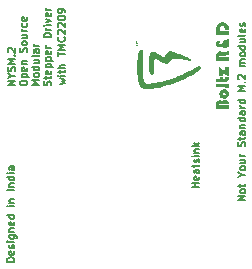
<source format=gbr>
%TF.GenerationSoftware,KiCad,Pcbnew,8.0.4*%
%TF.CreationDate,2024-09-25T00:08:57+05:30*%
%TF.ProjectId,NYSM.2_TMC2209_Stepper_driver,4e59534d-2e32-45f5-944d-43323230395f,rev?*%
%TF.SameCoordinates,Original*%
%TF.FileFunction,Legend,Top*%
%TF.FilePolarity,Positive*%
%FSLAX46Y46*%
G04 Gerber Fmt 4.6, Leading zero omitted, Abs format (unit mm)*
G04 Created by KiCad (PCBNEW 8.0.4) date 2024-09-25 00:08:57*
%MOMM*%
%LPD*%
G01*
G04 APERTURE LIST*
%ADD10C,0.153000*%
%ADD11C,0.000000*%
G04 APERTURE END LIST*
D10*
X135306344Y-125698543D02*
X134676344Y-125698543D01*
X134676344Y-125698543D02*
X134676344Y-125548543D01*
X134676344Y-125548543D02*
X134706344Y-125458543D01*
X134706344Y-125458543D02*
X134766344Y-125398543D01*
X134766344Y-125398543D02*
X134826344Y-125368543D01*
X134826344Y-125368543D02*
X134946344Y-125338543D01*
X134946344Y-125338543D02*
X135036344Y-125338543D01*
X135036344Y-125338543D02*
X135156344Y-125368543D01*
X135156344Y-125368543D02*
X135216344Y-125398543D01*
X135216344Y-125398543D02*
X135276344Y-125458543D01*
X135276344Y-125458543D02*
X135306344Y-125548543D01*
X135306344Y-125548543D02*
X135306344Y-125698543D01*
X135276344Y-124828543D02*
X135306344Y-124888543D01*
X135306344Y-124888543D02*
X135306344Y-125008543D01*
X135306344Y-125008543D02*
X135276344Y-125068543D01*
X135276344Y-125068543D02*
X135216344Y-125098543D01*
X135216344Y-125098543D02*
X134976344Y-125098543D01*
X134976344Y-125098543D02*
X134916344Y-125068543D01*
X134916344Y-125068543D02*
X134886344Y-125008543D01*
X134886344Y-125008543D02*
X134886344Y-124888543D01*
X134886344Y-124888543D02*
X134916344Y-124828543D01*
X134916344Y-124828543D02*
X134976344Y-124798543D01*
X134976344Y-124798543D02*
X135036344Y-124798543D01*
X135036344Y-124798543D02*
X135096344Y-125098543D01*
X135276344Y-124558543D02*
X135306344Y-124498543D01*
X135306344Y-124498543D02*
X135306344Y-124378543D01*
X135306344Y-124378543D02*
X135276344Y-124318543D01*
X135276344Y-124318543D02*
X135216344Y-124288543D01*
X135216344Y-124288543D02*
X135186344Y-124288543D01*
X135186344Y-124288543D02*
X135126344Y-124318543D01*
X135126344Y-124318543D02*
X135096344Y-124378543D01*
X135096344Y-124378543D02*
X135096344Y-124468543D01*
X135096344Y-124468543D02*
X135066344Y-124528543D01*
X135066344Y-124528543D02*
X135006344Y-124558543D01*
X135006344Y-124558543D02*
X134976344Y-124558543D01*
X134976344Y-124558543D02*
X134916344Y-124528543D01*
X134916344Y-124528543D02*
X134886344Y-124468543D01*
X134886344Y-124468543D02*
X134886344Y-124378543D01*
X134886344Y-124378543D02*
X134916344Y-124318543D01*
X135306344Y-124018543D02*
X134886344Y-124018543D01*
X134676344Y-124018543D02*
X134706344Y-124048543D01*
X134706344Y-124048543D02*
X134736344Y-124018543D01*
X134736344Y-124018543D02*
X134706344Y-123988543D01*
X134706344Y-123988543D02*
X134676344Y-124018543D01*
X134676344Y-124018543D02*
X134736344Y-124018543D01*
X134886344Y-123448543D02*
X135396344Y-123448543D01*
X135396344Y-123448543D02*
X135456344Y-123478543D01*
X135456344Y-123478543D02*
X135486344Y-123508543D01*
X135486344Y-123508543D02*
X135516344Y-123568543D01*
X135516344Y-123568543D02*
X135516344Y-123658543D01*
X135516344Y-123658543D02*
X135486344Y-123718543D01*
X135276344Y-123448543D02*
X135306344Y-123508543D01*
X135306344Y-123508543D02*
X135306344Y-123628543D01*
X135306344Y-123628543D02*
X135276344Y-123688543D01*
X135276344Y-123688543D02*
X135246344Y-123718543D01*
X135246344Y-123718543D02*
X135186344Y-123748543D01*
X135186344Y-123748543D02*
X135006344Y-123748543D01*
X135006344Y-123748543D02*
X134946344Y-123718543D01*
X134946344Y-123718543D02*
X134916344Y-123688543D01*
X134916344Y-123688543D02*
X134886344Y-123628543D01*
X134886344Y-123628543D02*
X134886344Y-123508543D01*
X134886344Y-123508543D02*
X134916344Y-123448543D01*
X134886344Y-123148543D02*
X135306344Y-123148543D01*
X134946344Y-123148543D02*
X134916344Y-123118543D01*
X134916344Y-123118543D02*
X134886344Y-123058543D01*
X134886344Y-123058543D02*
X134886344Y-122968543D01*
X134886344Y-122968543D02*
X134916344Y-122908543D01*
X134916344Y-122908543D02*
X134976344Y-122878543D01*
X134976344Y-122878543D02*
X135306344Y-122878543D01*
X135276344Y-122338543D02*
X135306344Y-122398543D01*
X135306344Y-122398543D02*
X135306344Y-122518543D01*
X135306344Y-122518543D02*
X135276344Y-122578543D01*
X135276344Y-122578543D02*
X135216344Y-122608543D01*
X135216344Y-122608543D02*
X134976344Y-122608543D01*
X134976344Y-122608543D02*
X134916344Y-122578543D01*
X134916344Y-122578543D02*
X134886344Y-122518543D01*
X134886344Y-122518543D02*
X134886344Y-122398543D01*
X134886344Y-122398543D02*
X134916344Y-122338543D01*
X134916344Y-122338543D02*
X134976344Y-122308543D01*
X134976344Y-122308543D02*
X135036344Y-122308543D01*
X135036344Y-122308543D02*
X135096344Y-122608543D01*
X135306344Y-121768543D02*
X134676344Y-121768543D01*
X135276344Y-121768543D02*
X135306344Y-121828543D01*
X135306344Y-121828543D02*
X135306344Y-121948543D01*
X135306344Y-121948543D02*
X135276344Y-122008543D01*
X135276344Y-122008543D02*
X135246344Y-122038543D01*
X135246344Y-122038543D02*
X135186344Y-122068543D01*
X135186344Y-122068543D02*
X135006344Y-122068543D01*
X135006344Y-122068543D02*
X134946344Y-122038543D01*
X134946344Y-122038543D02*
X134916344Y-122008543D01*
X134916344Y-122008543D02*
X134886344Y-121948543D01*
X134886344Y-121948543D02*
X134886344Y-121828543D01*
X134886344Y-121828543D02*
X134916344Y-121768543D01*
X135306344Y-120988543D02*
X134886344Y-120988543D01*
X134676344Y-120988543D02*
X134706344Y-121018543D01*
X134706344Y-121018543D02*
X134736344Y-120988543D01*
X134736344Y-120988543D02*
X134706344Y-120958543D01*
X134706344Y-120958543D02*
X134676344Y-120988543D01*
X134676344Y-120988543D02*
X134736344Y-120988543D01*
X134886344Y-120688543D02*
X135306344Y-120688543D01*
X134946344Y-120688543D02*
X134916344Y-120658543D01*
X134916344Y-120658543D02*
X134886344Y-120598543D01*
X134886344Y-120598543D02*
X134886344Y-120508543D01*
X134886344Y-120508543D02*
X134916344Y-120448543D01*
X134916344Y-120448543D02*
X134976344Y-120418543D01*
X134976344Y-120418543D02*
X135306344Y-120418543D01*
X135306344Y-119638543D02*
X134676344Y-119638543D01*
X134886344Y-119338543D02*
X135306344Y-119338543D01*
X134946344Y-119338543D02*
X134916344Y-119308543D01*
X134916344Y-119308543D02*
X134886344Y-119248543D01*
X134886344Y-119248543D02*
X134886344Y-119158543D01*
X134886344Y-119158543D02*
X134916344Y-119098543D01*
X134916344Y-119098543D02*
X134976344Y-119068543D01*
X134976344Y-119068543D02*
X135306344Y-119068543D01*
X135306344Y-118498543D02*
X134676344Y-118498543D01*
X135276344Y-118498543D02*
X135306344Y-118558543D01*
X135306344Y-118558543D02*
X135306344Y-118678543D01*
X135306344Y-118678543D02*
X135276344Y-118738543D01*
X135276344Y-118738543D02*
X135246344Y-118768543D01*
X135246344Y-118768543D02*
X135186344Y-118798543D01*
X135186344Y-118798543D02*
X135006344Y-118798543D01*
X135006344Y-118798543D02*
X134946344Y-118768543D01*
X134946344Y-118768543D02*
X134916344Y-118738543D01*
X134916344Y-118738543D02*
X134886344Y-118678543D01*
X134886344Y-118678543D02*
X134886344Y-118558543D01*
X134886344Y-118558543D02*
X134916344Y-118498543D01*
X135306344Y-118198543D02*
X134886344Y-118198543D01*
X134676344Y-118198543D02*
X134706344Y-118228543D01*
X134706344Y-118228543D02*
X134736344Y-118198543D01*
X134736344Y-118198543D02*
X134706344Y-118168543D01*
X134706344Y-118168543D02*
X134676344Y-118198543D01*
X134676344Y-118198543D02*
X134736344Y-118198543D01*
X135306344Y-117628543D02*
X134976344Y-117628543D01*
X134976344Y-117628543D02*
X134916344Y-117658543D01*
X134916344Y-117658543D02*
X134886344Y-117718543D01*
X134886344Y-117718543D02*
X134886344Y-117838543D01*
X134886344Y-117838543D02*
X134916344Y-117898543D01*
X135276344Y-117628543D02*
X135306344Y-117688543D01*
X135306344Y-117688543D02*
X135306344Y-117838543D01*
X135306344Y-117838543D02*
X135276344Y-117898543D01*
X135276344Y-117898543D02*
X135216344Y-117928543D01*
X135216344Y-117928543D02*
X135156344Y-117928543D01*
X135156344Y-117928543D02*
X135096344Y-117898543D01*
X135096344Y-117898543D02*
X135066344Y-117838543D01*
X135066344Y-117838543D02*
X135066344Y-117688543D01*
X135066344Y-117688543D02*
X135036344Y-117628543D01*
X154856344Y-120514200D02*
X154226344Y-120514200D01*
X154226344Y-120514200D02*
X154856344Y-120154200D01*
X154856344Y-120154200D02*
X154226344Y-120154200D01*
X154856344Y-119764200D02*
X154826344Y-119824200D01*
X154826344Y-119824200D02*
X154796344Y-119854200D01*
X154796344Y-119854200D02*
X154736344Y-119884200D01*
X154736344Y-119884200D02*
X154556344Y-119884200D01*
X154556344Y-119884200D02*
X154496344Y-119854200D01*
X154496344Y-119854200D02*
X154466344Y-119824200D01*
X154466344Y-119824200D02*
X154436344Y-119764200D01*
X154436344Y-119764200D02*
X154436344Y-119674200D01*
X154436344Y-119674200D02*
X154466344Y-119614200D01*
X154466344Y-119614200D02*
X154496344Y-119584200D01*
X154496344Y-119584200D02*
X154556344Y-119554200D01*
X154556344Y-119554200D02*
X154736344Y-119554200D01*
X154736344Y-119554200D02*
X154796344Y-119584200D01*
X154796344Y-119584200D02*
X154826344Y-119614200D01*
X154826344Y-119614200D02*
X154856344Y-119674200D01*
X154856344Y-119674200D02*
X154856344Y-119764200D01*
X154436344Y-119374200D02*
X154436344Y-119134200D01*
X154226344Y-119284200D02*
X154766344Y-119284200D01*
X154766344Y-119284200D02*
X154826344Y-119254200D01*
X154826344Y-119254200D02*
X154856344Y-119194200D01*
X154856344Y-119194200D02*
X154856344Y-119134200D01*
X154556344Y-118324200D02*
X154856344Y-118324200D01*
X154226344Y-118534200D02*
X154556344Y-118324200D01*
X154556344Y-118324200D02*
X154226344Y-118114200D01*
X154856344Y-117814200D02*
X154826344Y-117874200D01*
X154826344Y-117874200D02*
X154796344Y-117904200D01*
X154796344Y-117904200D02*
X154736344Y-117934200D01*
X154736344Y-117934200D02*
X154556344Y-117934200D01*
X154556344Y-117934200D02*
X154496344Y-117904200D01*
X154496344Y-117904200D02*
X154466344Y-117874200D01*
X154466344Y-117874200D02*
X154436344Y-117814200D01*
X154436344Y-117814200D02*
X154436344Y-117724200D01*
X154436344Y-117724200D02*
X154466344Y-117664200D01*
X154466344Y-117664200D02*
X154496344Y-117634200D01*
X154496344Y-117634200D02*
X154556344Y-117604200D01*
X154556344Y-117604200D02*
X154736344Y-117604200D01*
X154736344Y-117604200D02*
X154796344Y-117634200D01*
X154796344Y-117634200D02*
X154826344Y-117664200D01*
X154826344Y-117664200D02*
X154856344Y-117724200D01*
X154856344Y-117724200D02*
X154856344Y-117814200D01*
X154436344Y-117064200D02*
X154856344Y-117064200D01*
X154436344Y-117334200D02*
X154766344Y-117334200D01*
X154766344Y-117334200D02*
X154826344Y-117304200D01*
X154826344Y-117304200D02*
X154856344Y-117244200D01*
X154856344Y-117244200D02*
X154856344Y-117154200D01*
X154856344Y-117154200D02*
X154826344Y-117094200D01*
X154826344Y-117094200D02*
X154796344Y-117064200D01*
X154856344Y-116764200D02*
X154436344Y-116764200D01*
X154556344Y-116764200D02*
X154496344Y-116734200D01*
X154496344Y-116734200D02*
X154466344Y-116704200D01*
X154466344Y-116704200D02*
X154436344Y-116644200D01*
X154436344Y-116644200D02*
X154436344Y-116584200D01*
X154826344Y-115924200D02*
X154856344Y-115834200D01*
X154856344Y-115834200D02*
X154856344Y-115684200D01*
X154856344Y-115684200D02*
X154826344Y-115624200D01*
X154826344Y-115624200D02*
X154796344Y-115594200D01*
X154796344Y-115594200D02*
X154736344Y-115564200D01*
X154736344Y-115564200D02*
X154676344Y-115564200D01*
X154676344Y-115564200D02*
X154616344Y-115594200D01*
X154616344Y-115594200D02*
X154586344Y-115624200D01*
X154586344Y-115624200D02*
X154556344Y-115684200D01*
X154556344Y-115684200D02*
X154526344Y-115804200D01*
X154526344Y-115804200D02*
X154496344Y-115864200D01*
X154496344Y-115864200D02*
X154466344Y-115894200D01*
X154466344Y-115894200D02*
X154406344Y-115924200D01*
X154406344Y-115924200D02*
X154346344Y-115924200D01*
X154346344Y-115924200D02*
X154286344Y-115894200D01*
X154286344Y-115894200D02*
X154256344Y-115864200D01*
X154256344Y-115864200D02*
X154226344Y-115804200D01*
X154226344Y-115804200D02*
X154226344Y-115654200D01*
X154226344Y-115654200D02*
X154256344Y-115564200D01*
X154436344Y-115384200D02*
X154436344Y-115144200D01*
X154226344Y-115294200D02*
X154766344Y-115294200D01*
X154766344Y-115294200D02*
X154826344Y-115264200D01*
X154826344Y-115264200D02*
X154856344Y-115204200D01*
X154856344Y-115204200D02*
X154856344Y-115144200D01*
X154856344Y-114664200D02*
X154526344Y-114664200D01*
X154526344Y-114664200D02*
X154466344Y-114694200D01*
X154466344Y-114694200D02*
X154436344Y-114754200D01*
X154436344Y-114754200D02*
X154436344Y-114874200D01*
X154436344Y-114874200D02*
X154466344Y-114934200D01*
X154826344Y-114664200D02*
X154856344Y-114724200D01*
X154856344Y-114724200D02*
X154856344Y-114874200D01*
X154856344Y-114874200D02*
X154826344Y-114934200D01*
X154826344Y-114934200D02*
X154766344Y-114964200D01*
X154766344Y-114964200D02*
X154706344Y-114964200D01*
X154706344Y-114964200D02*
X154646344Y-114934200D01*
X154646344Y-114934200D02*
X154616344Y-114874200D01*
X154616344Y-114874200D02*
X154616344Y-114724200D01*
X154616344Y-114724200D02*
X154586344Y-114664200D01*
X154436344Y-114364200D02*
X154856344Y-114364200D01*
X154496344Y-114364200D02*
X154466344Y-114334200D01*
X154466344Y-114334200D02*
X154436344Y-114274200D01*
X154436344Y-114274200D02*
X154436344Y-114184200D01*
X154436344Y-114184200D02*
X154466344Y-114124200D01*
X154466344Y-114124200D02*
X154526344Y-114094200D01*
X154526344Y-114094200D02*
X154856344Y-114094200D01*
X154856344Y-113524200D02*
X154226344Y-113524200D01*
X154826344Y-113524200D02*
X154856344Y-113584200D01*
X154856344Y-113584200D02*
X154856344Y-113704200D01*
X154856344Y-113704200D02*
X154826344Y-113764200D01*
X154826344Y-113764200D02*
X154796344Y-113794200D01*
X154796344Y-113794200D02*
X154736344Y-113824200D01*
X154736344Y-113824200D02*
X154556344Y-113824200D01*
X154556344Y-113824200D02*
X154496344Y-113794200D01*
X154496344Y-113794200D02*
X154466344Y-113764200D01*
X154466344Y-113764200D02*
X154436344Y-113704200D01*
X154436344Y-113704200D02*
X154436344Y-113584200D01*
X154436344Y-113584200D02*
X154466344Y-113524200D01*
X154856344Y-112954200D02*
X154526344Y-112954200D01*
X154526344Y-112954200D02*
X154466344Y-112984200D01*
X154466344Y-112984200D02*
X154436344Y-113044200D01*
X154436344Y-113044200D02*
X154436344Y-113164200D01*
X154436344Y-113164200D02*
X154466344Y-113224200D01*
X154826344Y-112954200D02*
X154856344Y-113014200D01*
X154856344Y-113014200D02*
X154856344Y-113164200D01*
X154856344Y-113164200D02*
X154826344Y-113224200D01*
X154826344Y-113224200D02*
X154766344Y-113254200D01*
X154766344Y-113254200D02*
X154706344Y-113254200D01*
X154706344Y-113254200D02*
X154646344Y-113224200D01*
X154646344Y-113224200D02*
X154616344Y-113164200D01*
X154616344Y-113164200D02*
X154616344Y-113014200D01*
X154616344Y-113014200D02*
X154586344Y-112954200D01*
X154856344Y-112654200D02*
X154436344Y-112654200D01*
X154556344Y-112654200D02*
X154496344Y-112624200D01*
X154496344Y-112624200D02*
X154466344Y-112594200D01*
X154466344Y-112594200D02*
X154436344Y-112534200D01*
X154436344Y-112534200D02*
X154436344Y-112474200D01*
X154856344Y-111994200D02*
X154226344Y-111994200D01*
X154826344Y-111994200D02*
X154856344Y-112054200D01*
X154856344Y-112054200D02*
X154856344Y-112174200D01*
X154856344Y-112174200D02*
X154826344Y-112234200D01*
X154826344Y-112234200D02*
X154796344Y-112264200D01*
X154796344Y-112264200D02*
X154736344Y-112294200D01*
X154736344Y-112294200D02*
X154556344Y-112294200D01*
X154556344Y-112294200D02*
X154496344Y-112264200D01*
X154496344Y-112264200D02*
X154466344Y-112234200D01*
X154466344Y-112234200D02*
X154436344Y-112174200D01*
X154436344Y-112174200D02*
X154436344Y-112054200D01*
X154436344Y-112054200D02*
X154466344Y-111994200D01*
X154856344Y-111214200D02*
X154226344Y-111214200D01*
X154226344Y-111214200D02*
X154676344Y-111004200D01*
X154676344Y-111004200D02*
X154226344Y-110794200D01*
X154226344Y-110794200D02*
X154856344Y-110794200D01*
X154796344Y-110494200D02*
X154826344Y-110464200D01*
X154826344Y-110464200D02*
X154856344Y-110494200D01*
X154856344Y-110494200D02*
X154826344Y-110524200D01*
X154826344Y-110524200D02*
X154796344Y-110494200D01*
X154796344Y-110494200D02*
X154856344Y-110494200D01*
X154286344Y-110224200D02*
X154256344Y-110194200D01*
X154256344Y-110194200D02*
X154226344Y-110134200D01*
X154226344Y-110134200D02*
X154226344Y-109984200D01*
X154226344Y-109984200D02*
X154256344Y-109924200D01*
X154256344Y-109924200D02*
X154286344Y-109894200D01*
X154286344Y-109894200D02*
X154346344Y-109864200D01*
X154346344Y-109864200D02*
X154406344Y-109864200D01*
X154406344Y-109864200D02*
X154496344Y-109894200D01*
X154496344Y-109894200D02*
X154856344Y-110254200D01*
X154856344Y-110254200D02*
X154856344Y-109864200D01*
X154856344Y-109114200D02*
X154436344Y-109114200D01*
X154496344Y-109114200D02*
X154466344Y-109084200D01*
X154466344Y-109084200D02*
X154436344Y-109024200D01*
X154436344Y-109024200D02*
X154436344Y-108934200D01*
X154436344Y-108934200D02*
X154466344Y-108874200D01*
X154466344Y-108874200D02*
X154526344Y-108844200D01*
X154526344Y-108844200D02*
X154856344Y-108844200D01*
X154526344Y-108844200D02*
X154466344Y-108814200D01*
X154466344Y-108814200D02*
X154436344Y-108754200D01*
X154436344Y-108754200D02*
X154436344Y-108664200D01*
X154436344Y-108664200D02*
X154466344Y-108604200D01*
X154466344Y-108604200D02*
X154526344Y-108574200D01*
X154526344Y-108574200D02*
X154856344Y-108574200D01*
X154856344Y-108184200D02*
X154826344Y-108244200D01*
X154826344Y-108244200D02*
X154796344Y-108274200D01*
X154796344Y-108274200D02*
X154736344Y-108304200D01*
X154736344Y-108304200D02*
X154556344Y-108304200D01*
X154556344Y-108304200D02*
X154496344Y-108274200D01*
X154496344Y-108274200D02*
X154466344Y-108244200D01*
X154466344Y-108244200D02*
X154436344Y-108184200D01*
X154436344Y-108184200D02*
X154436344Y-108094200D01*
X154436344Y-108094200D02*
X154466344Y-108034200D01*
X154466344Y-108034200D02*
X154496344Y-108004200D01*
X154496344Y-108004200D02*
X154556344Y-107974200D01*
X154556344Y-107974200D02*
X154736344Y-107974200D01*
X154736344Y-107974200D02*
X154796344Y-108004200D01*
X154796344Y-108004200D02*
X154826344Y-108034200D01*
X154826344Y-108034200D02*
X154856344Y-108094200D01*
X154856344Y-108094200D02*
X154856344Y-108184200D01*
X154856344Y-107434200D02*
X154226344Y-107434200D01*
X154826344Y-107434200D02*
X154856344Y-107494200D01*
X154856344Y-107494200D02*
X154856344Y-107614200D01*
X154856344Y-107614200D02*
X154826344Y-107674200D01*
X154826344Y-107674200D02*
X154796344Y-107704200D01*
X154796344Y-107704200D02*
X154736344Y-107734200D01*
X154736344Y-107734200D02*
X154556344Y-107734200D01*
X154556344Y-107734200D02*
X154496344Y-107704200D01*
X154496344Y-107704200D02*
X154466344Y-107674200D01*
X154466344Y-107674200D02*
X154436344Y-107614200D01*
X154436344Y-107614200D02*
X154436344Y-107494200D01*
X154436344Y-107494200D02*
X154466344Y-107434200D01*
X154436344Y-106864200D02*
X154856344Y-106864200D01*
X154436344Y-107134200D02*
X154766344Y-107134200D01*
X154766344Y-107134200D02*
X154826344Y-107104200D01*
X154826344Y-107104200D02*
X154856344Y-107044200D01*
X154856344Y-107044200D02*
X154856344Y-106954200D01*
X154856344Y-106954200D02*
X154826344Y-106894200D01*
X154826344Y-106894200D02*
X154796344Y-106864200D01*
X154856344Y-106474200D02*
X154826344Y-106534200D01*
X154826344Y-106534200D02*
X154766344Y-106564200D01*
X154766344Y-106564200D02*
X154226344Y-106564200D01*
X154826344Y-105994200D02*
X154856344Y-106054200D01*
X154856344Y-106054200D02*
X154856344Y-106174200D01*
X154856344Y-106174200D02*
X154826344Y-106234200D01*
X154826344Y-106234200D02*
X154766344Y-106264200D01*
X154766344Y-106264200D02*
X154526344Y-106264200D01*
X154526344Y-106264200D02*
X154466344Y-106234200D01*
X154466344Y-106234200D02*
X154436344Y-106174200D01*
X154436344Y-106174200D02*
X154436344Y-106054200D01*
X154436344Y-106054200D02*
X154466344Y-105994200D01*
X154466344Y-105994200D02*
X154526344Y-105964200D01*
X154526344Y-105964200D02*
X154586344Y-105964200D01*
X154586344Y-105964200D02*
X154646344Y-106264200D01*
X154826344Y-105724200D02*
X154856344Y-105664200D01*
X154856344Y-105664200D02*
X154856344Y-105544200D01*
X154856344Y-105544200D02*
X154826344Y-105484200D01*
X154826344Y-105484200D02*
X154766344Y-105454200D01*
X154766344Y-105454200D02*
X154736344Y-105454200D01*
X154736344Y-105454200D02*
X154676344Y-105484200D01*
X154676344Y-105484200D02*
X154646344Y-105544200D01*
X154646344Y-105544200D02*
X154646344Y-105634200D01*
X154646344Y-105634200D02*
X154616344Y-105694200D01*
X154616344Y-105694200D02*
X154556344Y-105724200D01*
X154556344Y-105724200D02*
X154526344Y-105724200D01*
X154526344Y-105724200D02*
X154466344Y-105694200D01*
X154466344Y-105694200D02*
X154436344Y-105634200D01*
X154436344Y-105634200D02*
X154436344Y-105544200D01*
X154436344Y-105544200D02*
X154466344Y-105484200D01*
X150956344Y-119398543D02*
X150326344Y-119398543D01*
X150626344Y-119398543D02*
X150626344Y-119038543D01*
X150956344Y-119038543D02*
X150326344Y-119038543D01*
X150926344Y-118498543D02*
X150956344Y-118558543D01*
X150956344Y-118558543D02*
X150956344Y-118678543D01*
X150956344Y-118678543D02*
X150926344Y-118738543D01*
X150926344Y-118738543D02*
X150866344Y-118768543D01*
X150866344Y-118768543D02*
X150626344Y-118768543D01*
X150626344Y-118768543D02*
X150566344Y-118738543D01*
X150566344Y-118738543D02*
X150536344Y-118678543D01*
X150536344Y-118678543D02*
X150536344Y-118558543D01*
X150536344Y-118558543D02*
X150566344Y-118498543D01*
X150566344Y-118498543D02*
X150626344Y-118468543D01*
X150626344Y-118468543D02*
X150686344Y-118468543D01*
X150686344Y-118468543D02*
X150746344Y-118768543D01*
X150956344Y-117928543D02*
X150626344Y-117928543D01*
X150626344Y-117928543D02*
X150566344Y-117958543D01*
X150566344Y-117958543D02*
X150536344Y-118018543D01*
X150536344Y-118018543D02*
X150536344Y-118138543D01*
X150536344Y-118138543D02*
X150566344Y-118198543D01*
X150926344Y-117928543D02*
X150956344Y-117988543D01*
X150956344Y-117988543D02*
X150956344Y-118138543D01*
X150956344Y-118138543D02*
X150926344Y-118198543D01*
X150926344Y-118198543D02*
X150866344Y-118228543D01*
X150866344Y-118228543D02*
X150806344Y-118228543D01*
X150806344Y-118228543D02*
X150746344Y-118198543D01*
X150746344Y-118198543D02*
X150716344Y-118138543D01*
X150716344Y-118138543D02*
X150716344Y-117988543D01*
X150716344Y-117988543D02*
X150686344Y-117928543D01*
X150536344Y-117718543D02*
X150536344Y-117478543D01*
X150326344Y-117628543D02*
X150866344Y-117628543D01*
X150866344Y-117628543D02*
X150926344Y-117598543D01*
X150926344Y-117598543D02*
X150956344Y-117538543D01*
X150956344Y-117538543D02*
X150956344Y-117478543D01*
X150926344Y-117298543D02*
X150956344Y-117238543D01*
X150956344Y-117238543D02*
X150956344Y-117118543D01*
X150956344Y-117118543D02*
X150926344Y-117058543D01*
X150926344Y-117058543D02*
X150866344Y-117028543D01*
X150866344Y-117028543D02*
X150836344Y-117028543D01*
X150836344Y-117028543D02*
X150776344Y-117058543D01*
X150776344Y-117058543D02*
X150746344Y-117118543D01*
X150746344Y-117118543D02*
X150746344Y-117208543D01*
X150746344Y-117208543D02*
X150716344Y-117268543D01*
X150716344Y-117268543D02*
X150656344Y-117298543D01*
X150656344Y-117298543D02*
X150626344Y-117298543D01*
X150626344Y-117298543D02*
X150566344Y-117268543D01*
X150566344Y-117268543D02*
X150536344Y-117208543D01*
X150536344Y-117208543D02*
X150536344Y-117118543D01*
X150536344Y-117118543D02*
X150566344Y-117058543D01*
X150956344Y-116758543D02*
X150536344Y-116758543D01*
X150326344Y-116758543D02*
X150356344Y-116788543D01*
X150356344Y-116788543D02*
X150386344Y-116758543D01*
X150386344Y-116758543D02*
X150356344Y-116728543D01*
X150356344Y-116728543D02*
X150326344Y-116758543D01*
X150326344Y-116758543D02*
X150386344Y-116758543D01*
X150536344Y-116458543D02*
X150956344Y-116458543D01*
X150596344Y-116458543D02*
X150566344Y-116428543D01*
X150566344Y-116428543D02*
X150536344Y-116368543D01*
X150536344Y-116368543D02*
X150536344Y-116278543D01*
X150536344Y-116278543D02*
X150566344Y-116218543D01*
X150566344Y-116218543D02*
X150626344Y-116188543D01*
X150626344Y-116188543D02*
X150956344Y-116188543D01*
X150956344Y-115888543D02*
X150326344Y-115888543D01*
X150716344Y-115828543D02*
X150956344Y-115648543D01*
X150536344Y-115648543D02*
X150776344Y-115888543D01*
X139186344Y-110658543D02*
X139606344Y-110538543D01*
X139606344Y-110538543D02*
X139306344Y-110418543D01*
X139306344Y-110418543D02*
X139606344Y-110298543D01*
X139606344Y-110298543D02*
X139186344Y-110178543D01*
X139606344Y-109938543D02*
X139186344Y-109938543D01*
X138976344Y-109938543D02*
X139006344Y-109968543D01*
X139006344Y-109968543D02*
X139036344Y-109938543D01*
X139036344Y-109938543D02*
X139006344Y-109908543D01*
X139006344Y-109908543D02*
X138976344Y-109938543D01*
X138976344Y-109938543D02*
X139036344Y-109938543D01*
X139186344Y-109728543D02*
X139186344Y-109488543D01*
X138976344Y-109638543D02*
X139516344Y-109638543D01*
X139516344Y-109638543D02*
X139576344Y-109608543D01*
X139576344Y-109608543D02*
X139606344Y-109548543D01*
X139606344Y-109548543D02*
X139606344Y-109488543D01*
X139606344Y-109278543D02*
X138976344Y-109278543D01*
X139606344Y-109008543D02*
X139276344Y-109008543D01*
X139276344Y-109008543D02*
X139216344Y-109038543D01*
X139216344Y-109038543D02*
X139186344Y-109098543D01*
X139186344Y-109098543D02*
X139186344Y-109188543D01*
X139186344Y-109188543D02*
X139216344Y-109248543D01*
X139216344Y-109248543D02*
X139246344Y-109278543D01*
X138976344Y-108318543D02*
X138976344Y-107958543D01*
X139606344Y-108138543D02*
X138976344Y-108138543D01*
X139606344Y-107748543D02*
X138976344Y-107748543D01*
X138976344Y-107748543D02*
X139426344Y-107538543D01*
X139426344Y-107538543D02*
X138976344Y-107328543D01*
X138976344Y-107328543D02*
X139606344Y-107328543D01*
X139546344Y-106668543D02*
X139576344Y-106698543D01*
X139576344Y-106698543D02*
X139606344Y-106788543D01*
X139606344Y-106788543D02*
X139606344Y-106848543D01*
X139606344Y-106848543D02*
X139576344Y-106938543D01*
X139576344Y-106938543D02*
X139516344Y-106998543D01*
X139516344Y-106998543D02*
X139456344Y-107028543D01*
X139456344Y-107028543D02*
X139336344Y-107058543D01*
X139336344Y-107058543D02*
X139246344Y-107058543D01*
X139246344Y-107058543D02*
X139126344Y-107028543D01*
X139126344Y-107028543D02*
X139066344Y-106998543D01*
X139066344Y-106998543D02*
X139006344Y-106938543D01*
X139006344Y-106938543D02*
X138976344Y-106848543D01*
X138976344Y-106848543D02*
X138976344Y-106788543D01*
X138976344Y-106788543D02*
X139006344Y-106698543D01*
X139006344Y-106698543D02*
X139036344Y-106668543D01*
X139036344Y-106428543D02*
X139006344Y-106398543D01*
X139006344Y-106398543D02*
X138976344Y-106338543D01*
X138976344Y-106338543D02*
X138976344Y-106188543D01*
X138976344Y-106188543D02*
X139006344Y-106128543D01*
X139006344Y-106128543D02*
X139036344Y-106098543D01*
X139036344Y-106098543D02*
X139096344Y-106068543D01*
X139096344Y-106068543D02*
X139156344Y-106068543D01*
X139156344Y-106068543D02*
X139246344Y-106098543D01*
X139246344Y-106098543D02*
X139606344Y-106458543D01*
X139606344Y-106458543D02*
X139606344Y-106068543D01*
X139036344Y-105828543D02*
X139006344Y-105798543D01*
X139006344Y-105798543D02*
X138976344Y-105738543D01*
X138976344Y-105738543D02*
X138976344Y-105588543D01*
X138976344Y-105588543D02*
X139006344Y-105528543D01*
X139006344Y-105528543D02*
X139036344Y-105498543D01*
X139036344Y-105498543D02*
X139096344Y-105468543D01*
X139096344Y-105468543D02*
X139156344Y-105468543D01*
X139156344Y-105468543D02*
X139246344Y-105498543D01*
X139246344Y-105498543D02*
X139606344Y-105858543D01*
X139606344Y-105858543D02*
X139606344Y-105468543D01*
X138976344Y-105078543D02*
X138976344Y-105018543D01*
X138976344Y-105018543D02*
X139006344Y-104958543D01*
X139006344Y-104958543D02*
X139036344Y-104928543D01*
X139036344Y-104928543D02*
X139096344Y-104898543D01*
X139096344Y-104898543D02*
X139216344Y-104868543D01*
X139216344Y-104868543D02*
X139366344Y-104868543D01*
X139366344Y-104868543D02*
X139486344Y-104898543D01*
X139486344Y-104898543D02*
X139546344Y-104928543D01*
X139546344Y-104928543D02*
X139576344Y-104958543D01*
X139576344Y-104958543D02*
X139606344Y-105018543D01*
X139606344Y-105018543D02*
X139606344Y-105078543D01*
X139606344Y-105078543D02*
X139576344Y-105138543D01*
X139576344Y-105138543D02*
X139546344Y-105168543D01*
X139546344Y-105168543D02*
X139486344Y-105198543D01*
X139486344Y-105198543D02*
X139366344Y-105228543D01*
X139366344Y-105228543D02*
X139216344Y-105228543D01*
X139216344Y-105228543D02*
X139096344Y-105198543D01*
X139096344Y-105198543D02*
X139036344Y-105168543D01*
X139036344Y-105168543D02*
X139006344Y-105138543D01*
X139006344Y-105138543D02*
X138976344Y-105078543D01*
X139606344Y-104568543D02*
X139606344Y-104448543D01*
X139606344Y-104448543D02*
X139576344Y-104388543D01*
X139576344Y-104388543D02*
X139546344Y-104358543D01*
X139546344Y-104358543D02*
X139456344Y-104298543D01*
X139456344Y-104298543D02*
X139336344Y-104268543D01*
X139336344Y-104268543D02*
X139096344Y-104268543D01*
X139096344Y-104268543D02*
X139036344Y-104298543D01*
X139036344Y-104298543D02*
X139006344Y-104328543D01*
X139006344Y-104328543D02*
X138976344Y-104388543D01*
X138976344Y-104388543D02*
X138976344Y-104508543D01*
X138976344Y-104508543D02*
X139006344Y-104568543D01*
X139006344Y-104568543D02*
X139036344Y-104598543D01*
X139036344Y-104598543D02*
X139096344Y-104628543D01*
X139096344Y-104628543D02*
X139246344Y-104628543D01*
X139246344Y-104628543D02*
X139306344Y-104598543D01*
X139306344Y-104598543D02*
X139336344Y-104568543D01*
X139336344Y-104568543D02*
X139366344Y-104508543D01*
X139366344Y-104508543D02*
X139366344Y-104388543D01*
X139366344Y-104388543D02*
X139336344Y-104328543D01*
X139336344Y-104328543D02*
X139306344Y-104298543D01*
X139306344Y-104298543D02*
X139246344Y-104268543D01*
X135363549Y-110748543D02*
X134733549Y-110748543D01*
X134733549Y-110748543D02*
X135363549Y-110388543D01*
X135363549Y-110388543D02*
X134733549Y-110388543D01*
X135063549Y-109968543D02*
X135363549Y-109968543D01*
X134733549Y-110178543D02*
X135063549Y-109968543D01*
X135063549Y-109968543D02*
X134733549Y-109758543D01*
X135333549Y-109578543D02*
X135363549Y-109488543D01*
X135363549Y-109488543D02*
X135363549Y-109338543D01*
X135363549Y-109338543D02*
X135333549Y-109278543D01*
X135333549Y-109278543D02*
X135303549Y-109248543D01*
X135303549Y-109248543D02*
X135243549Y-109218543D01*
X135243549Y-109218543D02*
X135183549Y-109218543D01*
X135183549Y-109218543D02*
X135123549Y-109248543D01*
X135123549Y-109248543D02*
X135093549Y-109278543D01*
X135093549Y-109278543D02*
X135063549Y-109338543D01*
X135063549Y-109338543D02*
X135033549Y-109458543D01*
X135033549Y-109458543D02*
X135003549Y-109518543D01*
X135003549Y-109518543D02*
X134973549Y-109548543D01*
X134973549Y-109548543D02*
X134913549Y-109578543D01*
X134913549Y-109578543D02*
X134853549Y-109578543D01*
X134853549Y-109578543D02*
X134793549Y-109548543D01*
X134793549Y-109548543D02*
X134763549Y-109518543D01*
X134763549Y-109518543D02*
X134733549Y-109458543D01*
X134733549Y-109458543D02*
X134733549Y-109308543D01*
X134733549Y-109308543D02*
X134763549Y-109218543D01*
X135363549Y-108948543D02*
X134733549Y-108948543D01*
X134733549Y-108948543D02*
X135183549Y-108738543D01*
X135183549Y-108738543D02*
X134733549Y-108528543D01*
X134733549Y-108528543D02*
X135363549Y-108528543D01*
X135303549Y-108228543D02*
X135333549Y-108198543D01*
X135333549Y-108198543D02*
X135363549Y-108228543D01*
X135363549Y-108228543D02*
X135333549Y-108258543D01*
X135333549Y-108258543D02*
X135303549Y-108228543D01*
X135303549Y-108228543D02*
X135363549Y-108228543D01*
X134793549Y-107958543D02*
X134763549Y-107928543D01*
X134763549Y-107928543D02*
X134733549Y-107868543D01*
X134733549Y-107868543D02*
X134733549Y-107718543D01*
X134733549Y-107718543D02*
X134763549Y-107658543D01*
X134763549Y-107658543D02*
X134793549Y-107628543D01*
X134793549Y-107628543D02*
X134853549Y-107598543D01*
X134853549Y-107598543D02*
X134913549Y-107598543D01*
X134913549Y-107598543D02*
X135003549Y-107628543D01*
X135003549Y-107628543D02*
X135363549Y-107988543D01*
X135363549Y-107988543D02*
X135363549Y-107598543D01*
X135747814Y-110628543D02*
X135747814Y-110508543D01*
X135747814Y-110508543D02*
X135777814Y-110448543D01*
X135777814Y-110448543D02*
X135837814Y-110388543D01*
X135837814Y-110388543D02*
X135957814Y-110358543D01*
X135957814Y-110358543D02*
X136167814Y-110358543D01*
X136167814Y-110358543D02*
X136287814Y-110388543D01*
X136287814Y-110388543D02*
X136347814Y-110448543D01*
X136347814Y-110448543D02*
X136377814Y-110508543D01*
X136377814Y-110508543D02*
X136377814Y-110628543D01*
X136377814Y-110628543D02*
X136347814Y-110688543D01*
X136347814Y-110688543D02*
X136287814Y-110748543D01*
X136287814Y-110748543D02*
X136167814Y-110778543D01*
X136167814Y-110778543D02*
X135957814Y-110778543D01*
X135957814Y-110778543D02*
X135837814Y-110748543D01*
X135837814Y-110748543D02*
X135777814Y-110688543D01*
X135777814Y-110688543D02*
X135747814Y-110628543D01*
X135957814Y-110088543D02*
X136587814Y-110088543D01*
X135987814Y-110088543D02*
X135957814Y-110028543D01*
X135957814Y-110028543D02*
X135957814Y-109908543D01*
X135957814Y-109908543D02*
X135987814Y-109848543D01*
X135987814Y-109848543D02*
X136017814Y-109818543D01*
X136017814Y-109818543D02*
X136077814Y-109788543D01*
X136077814Y-109788543D02*
X136257814Y-109788543D01*
X136257814Y-109788543D02*
X136317814Y-109818543D01*
X136317814Y-109818543D02*
X136347814Y-109848543D01*
X136347814Y-109848543D02*
X136377814Y-109908543D01*
X136377814Y-109908543D02*
X136377814Y-110028543D01*
X136377814Y-110028543D02*
X136347814Y-110088543D01*
X136347814Y-109278543D02*
X136377814Y-109338543D01*
X136377814Y-109338543D02*
X136377814Y-109458543D01*
X136377814Y-109458543D02*
X136347814Y-109518543D01*
X136347814Y-109518543D02*
X136287814Y-109548543D01*
X136287814Y-109548543D02*
X136047814Y-109548543D01*
X136047814Y-109548543D02*
X135987814Y-109518543D01*
X135987814Y-109518543D02*
X135957814Y-109458543D01*
X135957814Y-109458543D02*
X135957814Y-109338543D01*
X135957814Y-109338543D02*
X135987814Y-109278543D01*
X135987814Y-109278543D02*
X136047814Y-109248543D01*
X136047814Y-109248543D02*
X136107814Y-109248543D01*
X136107814Y-109248543D02*
X136167814Y-109548543D01*
X135957814Y-108978543D02*
X136377814Y-108978543D01*
X136017814Y-108978543D02*
X135987814Y-108948543D01*
X135987814Y-108948543D02*
X135957814Y-108888543D01*
X135957814Y-108888543D02*
X135957814Y-108798543D01*
X135957814Y-108798543D02*
X135987814Y-108738543D01*
X135987814Y-108738543D02*
X136047814Y-108708543D01*
X136047814Y-108708543D02*
X136377814Y-108708543D01*
X136347814Y-107958543D02*
X136377814Y-107868543D01*
X136377814Y-107868543D02*
X136377814Y-107718543D01*
X136377814Y-107718543D02*
X136347814Y-107658543D01*
X136347814Y-107658543D02*
X136317814Y-107628543D01*
X136317814Y-107628543D02*
X136257814Y-107598543D01*
X136257814Y-107598543D02*
X136197814Y-107598543D01*
X136197814Y-107598543D02*
X136137814Y-107628543D01*
X136137814Y-107628543D02*
X136107814Y-107658543D01*
X136107814Y-107658543D02*
X136077814Y-107718543D01*
X136077814Y-107718543D02*
X136047814Y-107838543D01*
X136047814Y-107838543D02*
X136017814Y-107898543D01*
X136017814Y-107898543D02*
X135987814Y-107928543D01*
X135987814Y-107928543D02*
X135927814Y-107958543D01*
X135927814Y-107958543D02*
X135867814Y-107958543D01*
X135867814Y-107958543D02*
X135807814Y-107928543D01*
X135807814Y-107928543D02*
X135777814Y-107898543D01*
X135777814Y-107898543D02*
X135747814Y-107838543D01*
X135747814Y-107838543D02*
X135747814Y-107688543D01*
X135747814Y-107688543D02*
X135777814Y-107598543D01*
X136377814Y-107238543D02*
X136347814Y-107298543D01*
X136347814Y-107298543D02*
X136317814Y-107328543D01*
X136317814Y-107328543D02*
X136257814Y-107358543D01*
X136257814Y-107358543D02*
X136077814Y-107358543D01*
X136077814Y-107358543D02*
X136017814Y-107328543D01*
X136017814Y-107328543D02*
X135987814Y-107298543D01*
X135987814Y-107298543D02*
X135957814Y-107238543D01*
X135957814Y-107238543D02*
X135957814Y-107148543D01*
X135957814Y-107148543D02*
X135987814Y-107088543D01*
X135987814Y-107088543D02*
X136017814Y-107058543D01*
X136017814Y-107058543D02*
X136077814Y-107028543D01*
X136077814Y-107028543D02*
X136257814Y-107028543D01*
X136257814Y-107028543D02*
X136317814Y-107058543D01*
X136317814Y-107058543D02*
X136347814Y-107088543D01*
X136347814Y-107088543D02*
X136377814Y-107148543D01*
X136377814Y-107148543D02*
X136377814Y-107238543D01*
X135957814Y-106488543D02*
X136377814Y-106488543D01*
X135957814Y-106758543D02*
X136287814Y-106758543D01*
X136287814Y-106758543D02*
X136347814Y-106728543D01*
X136347814Y-106728543D02*
X136377814Y-106668543D01*
X136377814Y-106668543D02*
X136377814Y-106578543D01*
X136377814Y-106578543D02*
X136347814Y-106518543D01*
X136347814Y-106518543D02*
X136317814Y-106488543D01*
X136377814Y-106188543D02*
X135957814Y-106188543D01*
X136077814Y-106188543D02*
X136017814Y-106158543D01*
X136017814Y-106158543D02*
X135987814Y-106128543D01*
X135987814Y-106128543D02*
X135957814Y-106068543D01*
X135957814Y-106068543D02*
X135957814Y-106008543D01*
X136347814Y-105528543D02*
X136377814Y-105588543D01*
X136377814Y-105588543D02*
X136377814Y-105708543D01*
X136377814Y-105708543D02*
X136347814Y-105768543D01*
X136347814Y-105768543D02*
X136317814Y-105798543D01*
X136317814Y-105798543D02*
X136257814Y-105828543D01*
X136257814Y-105828543D02*
X136077814Y-105828543D01*
X136077814Y-105828543D02*
X136017814Y-105798543D01*
X136017814Y-105798543D02*
X135987814Y-105768543D01*
X135987814Y-105768543D02*
X135957814Y-105708543D01*
X135957814Y-105708543D02*
X135957814Y-105588543D01*
X135957814Y-105588543D02*
X135987814Y-105528543D01*
X136347814Y-105018543D02*
X136377814Y-105078543D01*
X136377814Y-105078543D02*
X136377814Y-105198543D01*
X136377814Y-105198543D02*
X136347814Y-105258543D01*
X136347814Y-105258543D02*
X136287814Y-105288543D01*
X136287814Y-105288543D02*
X136047814Y-105288543D01*
X136047814Y-105288543D02*
X135987814Y-105258543D01*
X135987814Y-105258543D02*
X135957814Y-105198543D01*
X135957814Y-105198543D02*
X135957814Y-105078543D01*
X135957814Y-105078543D02*
X135987814Y-105018543D01*
X135987814Y-105018543D02*
X136047814Y-104988543D01*
X136047814Y-104988543D02*
X136107814Y-104988543D01*
X136107814Y-104988543D02*
X136167814Y-105288543D01*
X137392079Y-110748543D02*
X136762079Y-110748543D01*
X136762079Y-110748543D02*
X137212079Y-110538543D01*
X137212079Y-110538543D02*
X136762079Y-110328543D01*
X136762079Y-110328543D02*
X137392079Y-110328543D01*
X137392079Y-109938543D02*
X137362079Y-109998543D01*
X137362079Y-109998543D02*
X137332079Y-110028543D01*
X137332079Y-110028543D02*
X137272079Y-110058543D01*
X137272079Y-110058543D02*
X137092079Y-110058543D01*
X137092079Y-110058543D02*
X137032079Y-110028543D01*
X137032079Y-110028543D02*
X137002079Y-109998543D01*
X137002079Y-109998543D02*
X136972079Y-109938543D01*
X136972079Y-109938543D02*
X136972079Y-109848543D01*
X136972079Y-109848543D02*
X137002079Y-109788543D01*
X137002079Y-109788543D02*
X137032079Y-109758543D01*
X137032079Y-109758543D02*
X137092079Y-109728543D01*
X137092079Y-109728543D02*
X137272079Y-109728543D01*
X137272079Y-109728543D02*
X137332079Y-109758543D01*
X137332079Y-109758543D02*
X137362079Y-109788543D01*
X137362079Y-109788543D02*
X137392079Y-109848543D01*
X137392079Y-109848543D02*
X137392079Y-109938543D01*
X137392079Y-109188543D02*
X136762079Y-109188543D01*
X137362079Y-109188543D02*
X137392079Y-109248543D01*
X137392079Y-109248543D02*
X137392079Y-109368543D01*
X137392079Y-109368543D02*
X137362079Y-109428543D01*
X137362079Y-109428543D02*
X137332079Y-109458543D01*
X137332079Y-109458543D02*
X137272079Y-109488543D01*
X137272079Y-109488543D02*
X137092079Y-109488543D01*
X137092079Y-109488543D02*
X137032079Y-109458543D01*
X137032079Y-109458543D02*
X137002079Y-109428543D01*
X137002079Y-109428543D02*
X136972079Y-109368543D01*
X136972079Y-109368543D02*
X136972079Y-109248543D01*
X136972079Y-109248543D02*
X137002079Y-109188543D01*
X136972079Y-108618543D02*
X137392079Y-108618543D01*
X136972079Y-108888543D02*
X137302079Y-108888543D01*
X137302079Y-108888543D02*
X137362079Y-108858543D01*
X137362079Y-108858543D02*
X137392079Y-108798543D01*
X137392079Y-108798543D02*
X137392079Y-108708543D01*
X137392079Y-108708543D02*
X137362079Y-108648543D01*
X137362079Y-108648543D02*
X137332079Y-108618543D01*
X137392079Y-108228543D02*
X137362079Y-108288543D01*
X137362079Y-108288543D02*
X137302079Y-108318543D01*
X137302079Y-108318543D02*
X136762079Y-108318543D01*
X137392079Y-107718543D02*
X137062079Y-107718543D01*
X137062079Y-107718543D02*
X137002079Y-107748543D01*
X137002079Y-107748543D02*
X136972079Y-107808543D01*
X136972079Y-107808543D02*
X136972079Y-107928543D01*
X136972079Y-107928543D02*
X137002079Y-107988543D01*
X137362079Y-107718543D02*
X137392079Y-107778543D01*
X137392079Y-107778543D02*
X137392079Y-107928543D01*
X137392079Y-107928543D02*
X137362079Y-107988543D01*
X137362079Y-107988543D02*
X137302079Y-108018543D01*
X137302079Y-108018543D02*
X137242079Y-108018543D01*
X137242079Y-108018543D02*
X137182079Y-107988543D01*
X137182079Y-107988543D02*
X137152079Y-107928543D01*
X137152079Y-107928543D02*
X137152079Y-107778543D01*
X137152079Y-107778543D02*
X137122079Y-107718543D01*
X137392079Y-107418543D02*
X136972079Y-107418543D01*
X137092079Y-107418543D02*
X137032079Y-107388543D01*
X137032079Y-107388543D02*
X137002079Y-107358543D01*
X137002079Y-107358543D02*
X136972079Y-107298543D01*
X136972079Y-107298543D02*
X136972079Y-107238543D01*
X138376344Y-110778543D02*
X138406344Y-110688543D01*
X138406344Y-110688543D02*
X138406344Y-110538543D01*
X138406344Y-110538543D02*
X138376344Y-110478543D01*
X138376344Y-110478543D02*
X138346344Y-110448543D01*
X138346344Y-110448543D02*
X138286344Y-110418543D01*
X138286344Y-110418543D02*
X138226344Y-110418543D01*
X138226344Y-110418543D02*
X138166344Y-110448543D01*
X138166344Y-110448543D02*
X138136344Y-110478543D01*
X138136344Y-110478543D02*
X138106344Y-110538543D01*
X138106344Y-110538543D02*
X138076344Y-110658543D01*
X138076344Y-110658543D02*
X138046344Y-110718543D01*
X138046344Y-110718543D02*
X138016344Y-110748543D01*
X138016344Y-110748543D02*
X137956344Y-110778543D01*
X137956344Y-110778543D02*
X137896344Y-110778543D01*
X137896344Y-110778543D02*
X137836344Y-110748543D01*
X137836344Y-110748543D02*
X137806344Y-110718543D01*
X137806344Y-110718543D02*
X137776344Y-110658543D01*
X137776344Y-110658543D02*
X137776344Y-110508543D01*
X137776344Y-110508543D02*
X137806344Y-110418543D01*
X137986344Y-110238543D02*
X137986344Y-109998543D01*
X137776344Y-110148543D02*
X138316344Y-110148543D01*
X138316344Y-110148543D02*
X138376344Y-110118543D01*
X138376344Y-110118543D02*
X138406344Y-110058543D01*
X138406344Y-110058543D02*
X138406344Y-109998543D01*
X138376344Y-109548543D02*
X138406344Y-109608543D01*
X138406344Y-109608543D02*
X138406344Y-109728543D01*
X138406344Y-109728543D02*
X138376344Y-109788543D01*
X138376344Y-109788543D02*
X138316344Y-109818543D01*
X138316344Y-109818543D02*
X138076344Y-109818543D01*
X138076344Y-109818543D02*
X138016344Y-109788543D01*
X138016344Y-109788543D02*
X137986344Y-109728543D01*
X137986344Y-109728543D02*
X137986344Y-109608543D01*
X137986344Y-109608543D02*
X138016344Y-109548543D01*
X138016344Y-109548543D02*
X138076344Y-109518543D01*
X138076344Y-109518543D02*
X138136344Y-109518543D01*
X138136344Y-109518543D02*
X138196344Y-109818543D01*
X137986344Y-109248543D02*
X138616344Y-109248543D01*
X138016344Y-109248543D02*
X137986344Y-109188543D01*
X137986344Y-109188543D02*
X137986344Y-109068543D01*
X137986344Y-109068543D02*
X138016344Y-109008543D01*
X138016344Y-109008543D02*
X138046344Y-108978543D01*
X138046344Y-108978543D02*
X138106344Y-108948543D01*
X138106344Y-108948543D02*
X138286344Y-108948543D01*
X138286344Y-108948543D02*
X138346344Y-108978543D01*
X138346344Y-108978543D02*
X138376344Y-109008543D01*
X138376344Y-109008543D02*
X138406344Y-109068543D01*
X138406344Y-109068543D02*
X138406344Y-109188543D01*
X138406344Y-109188543D02*
X138376344Y-109248543D01*
X137986344Y-108678543D02*
X138616344Y-108678543D01*
X138016344Y-108678543D02*
X137986344Y-108618543D01*
X137986344Y-108618543D02*
X137986344Y-108498543D01*
X137986344Y-108498543D02*
X138016344Y-108438543D01*
X138016344Y-108438543D02*
X138046344Y-108408543D01*
X138046344Y-108408543D02*
X138106344Y-108378543D01*
X138106344Y-108378543D02*
X138286344Y-108378543D01*
X138286344Y-108378543D02*
X138346344Y-108408543D01*
X138346344Y-108408543D02*
X138376344Y-108438543D01*
X138376344Y-108438543D02*
X138406344Y-108498543D01*
X138406344Y-108498543D02*
X138406344Y-108618543D01*
X138406344Y-108618543D02*
X138376344Y-108678543D01*
X138376344Y-107868543D02*
X138406344Y-107928543D01*
X138406344Y-107928543D02*
X138406344Y-108048543D01*
X138406344Y-108048543D02*
X138376344Y-108108543D01*
X138376344Y-108108543D02*
X138316344Y-108138543D01*
X138316344Y-108138543D02*
X138076344Y-108138543D01*
X138076344Y-108138543D02*
X138016344Y-108108543D01*
X138016344Y-108108543D02*
X137986344Y-108048543D01*
X137986344Y-108048543D02*
X137986344Y-107928543D01*
X137986344Y-107928543D02*
X138016344Y-107868543D01*
X138016344Y-107868543D02*
X138076344Y-107838543D01*
X138076344Y-107838543D02*
X138136344Y-107838543D01*
X138136344Y-107838543D02*
X138196344Y-108138543D01*
X138406344Y-107568543D02*
X137986344Y-107568543D01*
X138106344Y-107568543D02*
X138046344Y-107538543D01*
X138046344Y-107538543D02*
X138016344Y-107508543D01*
X138016344Y-107508543D02*
X137986344Y-107448543D01*
X137986344Y-107448543D02*
X137986344Y-107388543D01*
X138406344Y-106698543D02*
X137776344Y-106698543D01*
X137776344Y-106698543D02*
X137776344Y-106548543D01*
X137776344Y-106548543D02*
X137806344Y-106458543D01*
X137806344Y-106458543D02*
X137866344Y-106398543D01*
X137866344Y-106398543D02*
X137926344Y-106368543D01*
X137926344Y-106368543D02*
X138046344Y-106338543D01*
X138046344Y-106338543D02*
X138136344Y-106338543D01*
X138136344Y-106338543D02*
X138256344Y-106368543D01*
X138256344Y-106368543D02*
X138316344Y-106398543D01*
X138316344Y-106398543D02*
X138376344Y-106458543D01*
X138376344Y-106458543D02*
X138406344Y-106548543D01*
X138406344Y-106548543D02*
X138406344Y-106698543D01*
X138406344Y-106068543D02*
X137986344Y-106068543D01*
X138106344Y-106068543D02*
X138046344Y-106038543D01*
X138046344Y-106038543D02*
X138016344Y-106008543D01*
X138016344Y-106008543D02*
X137986344Y-105948543D01*
X137986344Y-105948543D02*
X137986344Y-105888543D01*
X138406344Y-105678543D02*
X137986344Y-105678543D01*
X137776344Y-105678543D02*
X137806344Y-105708543D01*
X137806344Y-105708543D02*
X137836344Y-105678543D01*
X137836344Y-105678543D02*
X137806344Y-105648543D01*
X137806344Y-105648543D02*
X137776344Y-105678543D01*
X137776344Y-105678543D02*
X137836344Y-105678543D01*
X137986344Y-105438543D02*
X138406344Y-105288543D01*
X138406344Y-105288543D02*
X137986344Y-105138543D01*
X138376344Y-104658543D02*
X138406344Y-104718543D01*
X138406344Y-104718543D02*
X138406344Y-104838543D01*
X138406344Y-104838543D02*
X138376344Y-104898543D01*
X138376344Y-104898543D02*
X138316344Y-104928543D01*
X138316344Y-104928543D02*
X138076344Y-104928543D01*
X138076344Y-104928543D02*
X138016344Y-104898543D01*
X138016344Y-104898543D02*
X137986344Y-104838543D01*
X137986344Y-104838543D02*
X137986344Y-104718543D01*
X137986344Y-104718543D02*
X138016344Y-104658543D01*
X138016344Y-104658543D02*
X138076344Y-104628543D01*
X138076344Y-104628543D02*
X138136344Y-104628543D01*
X138136344Y-104628543D02*
X138196344Y-104928543D01*
X138406344Y-104358543D02*
X137986344Y-104358543D01*
X138106344Y-104358543D02*
X138046344Y-104328543D01*
X138046344Y-104328543D02*
X138016344Y-104298543D01*
X138016344Y-104298543D02*
X137986344Y-104238543D01*
X137986344Y-104238543D02*
X137986344Y-104178543D01*
D11*
%TO.C,G\u002A\u002A\u002A*%
G36*
X153472508Y-106914494D02*
G01*
X153467870Y-106994810D01*
X153456046Y-107050548D01*
X153447433Y-107064071D01*
X153440380Y-107096706D01*
X153460720Y-107153106D01*
X153496255Y-107268752D01*
X153478987Y-107382744D01*
X153447805Y-107445485D01*
X153365940Y-107546645D01*
X153266553Y-107601351D01*
X153145704Y-107616792D01*
X153142899Y-107616496D01*
X153041139Y-107605744D01*
X152961647Y-107567280D01*
X152942464Y-107552205D01*
X152887859Y-107511695D01*
X152850509Y-107505214D01*
X152814176Y-107525299D01*
X152753592Y-107550232D01*
X152671487Y-107562664D01*
X152657471Y-107562979D01*
X152577398Y-107553158D01*
X152509984Y-107516118D01*
X152460813Y-107471496D01*
X152401317Y-107402281D01*
X152382594Y-107355966D01*
X153103043Y-107355966D01*
X153131372Y-107374009D01*
X153142899Y-107374631D01*
X153204662Y-107360720D01*
X153228888Y-107312254D01*
X153230347Y-107286145D01*
X153225695Y-107250991D01*
X153201920Y-107253668D01*
X153171281Y-107272752D01*
X153117145Y-107319343D01*
X153103043Y-107355966D01*
X152382594Y-107355966D01*
X152374742Y-107336543D01*
X152369330Y-107262228D01*
X152389077Y-107135521D01*
X152450610Y-107040660D01*
X152531067Y-106984329D01*
X152614636Y-106948217D01*
X152663978Y-106949496D01*
X152687127Y-106992240D01*
X152692211Y-107066048D01*
X152683905Y-107156605D01*
X152658105Y-107200344D01*
X152651851Y-107203460D01*
X152617397Y-107234408D01*
X152615994Y-107272311D01*
X152647256Y-107293593D01*
X152653327Y-107293911D01*
X152695282Y-107279511D01*
X152765993Y-107241658D01*
X152850563Y-107188370D01*
X152855128Y-107185281D01*
X152939280Y-107125613D01*
X152987407Y-107081392D01*
X153009372Y-107039955D01*
X153015038Y-106988641D01*
X153015092Y-106979938D01*
X153015092Y-106883224D01*
X153129446Y-106898679D01*
X153218512Y-106901872D01*
X153298041Y-106878997D01*
X153358154Y-106847274D01*
X153472508Y-106780414D01*
X153472508Y-106914494D01*
G37*
G36*
X153022006Y-105446139D02*
G01*
X153165194Y-105488367D01*
X153292581Y-105574194D01*
X153391627Y-105696872D01*
X153454161Y-105843361D01*
X153472508Y-105978765D01*
X153472508Y-106083106D01*
X153311067Y-106083106D01*
X153221620Y-106081723D01*
X153173330Y-106073992D01*
X153153550Y-106054539D01*
X153149633Y-106017988D01*
X153149626Y-106014503D01*
X153134873Y-105931689D01*
X153097957Y-105849944D01*
X153049894Y-105790667D01*
X153027340Y-105776938D01*
X152913193Y-105755840D01*
X152817003Y-105782366D01*
X152744550Y-105851725D01*
X152701612Y-105959123D01*
X152692211Y-106054863D01*
X152692211Y-106163826D01*
X153472508Y-106163826D01*
X153472508Y-106487822D01*
X152927645Y-106480538D01*
X152382783Y-106473254D01*
X152374571Y-106284907D01*
X152376780Y-106099269D01*
X152397876Y-105922961D01*
X152435288Y-105770128D01*
X152486444Y-105654915D01*
X152490142Y-105649130D01*
X152587444Y-105546974D01*
X152717101Y-105477047D01*
X152866245Y-105442414D01*
X153022006Y-105446139D01*
G37*
G36*
X145606641Y-107314091D02*
G01*
X145641045Y-107340098D01*
X145685237Y-107347724D01*
X145734720Y-107357224D01*
X145750262Y-107374631D01*
X145727306Y-107395107D01*
X145685237Y-107401538D01*
X145629966Y-107413905D01*
X145606641Y-107435172D01*
X145597938Y-107434683D01*
X145593303Y-107391437D01*
X145593070Y-107374631D01*
X145596248Y-107322115D01*
X145604136Y-107309502D01*
X145606641Y-107314091D01*
G37*
G36*
X146106345Y-107757198D02*
G01*
X146130703Y-107775828D01*
X146146428Y-107789499D01*
X146159591Y-107805866D01*
X146170347Y-107829375D01*
X146178846Y-107864471D01*
X146185242Y-107915600D01*
X146189687Y-107987206D01*
X146192333Y-108083735D01*
X146193334Y-108209631D01*
X146192842Y-108369341D01*
X146191009Y-108567308D01*
X146187987Y-108807979D01*
X146183930Y-109095799D01*
X146181571Y-109258106D01*
X146181444Y-109588559D01*
X146191744Y-109868503D01*
X146212897Y-110100303D01*
X146245330Y-110286327D01*
X146289468Y-110428939D01*
X146345738Y-110530508D01*
X146414566Y-110593398D01*
X146422931Y-110598061D01*
X146505329Y-110619988D01*
X146632637Y-110625554D01*
X146798892Y-110615938D01*
X146998130Y-110592320D01*
X147224388Y-110555879D01*
X147471700Y-110507795D01*
X147734104Y-110449247D01*
X148005636Y-110381414D01*
X148280331Y-110305476D01*
X148552225Y-110222613D01*
X148815356Y-110134002D01*
X148871448Y-110113864D01*
X149160675Y-110002482D01*
X149463671Y-109874450D01*
X149768456Y-109735519D01*
X150063045Y-109591441D01*
X150335457Y-109447968D01*
X150573707Y-109310851D01*
X150669905Y-109250607D01*
X150783178Y-109178805D01*
X150862364Y-109133528D01*
X150917498Y-109110501D01*
X150958620Y-109105444D01*
X150992786Y-109113016D01*
X151037247Y-109135670D01*
X151060439Y-109174380D01*
X151071122Y-109246145D01*
X151072660Y-109268003D01*
X151074239Y-109346454D01*
X151060268Y-109400808D01*
X151021437Y-109452742D01*
X150972522Y-109501125D01*
X150891236Y-109566119D01*
X150767675Y-109648682D01*
X150608970Y-109745051D01*
X150422251Y-109851465D01*
X150214650Y-109964163D01*
X149993297Y-110079384D01*
X149765322Y-110193365D01*
X149537858Y-110302346D01*
X149318034Y-110402565D01*
X149112981Y-110490260D01*
X149046342Y-110517171D01*
X148701767Y-110645447D01*
X148346604Y-110762010D01*
X147989809Y-110864725D01*
X147640342Y-110951453D01*
X147307161Y-111020058D01*
X146999223Y-111068401D01*
X146725486Y-111094345D01*
X146611279Y-111098193D01*
X146406799Y-111092777D01*
X146246350Y-111068121D01*
X146121833Y-111018335D01*
X146025147Y-110937531D01*
X145948195Y-110819820D01*
X145882875Y-110659315D01*
X145846526Y-110542207D01*
X145809740Y-110397562D01*
X145775784Y-110235013D01*
X145751371Y-110087071D01*
X145749394Y-110071776D01*
X145738804Y-109951174D01*
X145730800Y-109788151D01*
X145725385Y-109594037D01*
X145722560Y-109380165D01*
X145722329Y-109157863D01*
X145724694Y-108938464D01*
X145729658Y-108733297D01*
X145737223Y-108553693D01*
X145747392Y-108410984D01*
X145749009Y-108394736D01*
X145770801Y-108205513D01*
X145792976Y-108061911D01*
X145817795Y-107955770D01*
X145847517Y-107878931D01*
X145884403Y-107823234D01*
X145915862Y-107792316D01*
X145988945Y-107740187D01*
X146046503Y-107728937D01*
X146106345Y-107757198D01*
G37*
G36*
X153472508Y-110954347D02*
G01*
X152927645Y-110947063D01*
X152382783Y-110939780D01*
X152366517Y-110657258D01*
X153472508Y-110657258D01*
X153472508Y-110954347D01*
G37*
G36*
X148518893Y-107841558D02*
G01*
X148601078Y-107868111D01*
X148717505Y-107908740D01*
X148860319Y-107960474D01*
X149021663Y-108020345D01*
X149193683Y-108085385D01*
X149368521Y-108152625D01*
X149538323Y-108219097D01*
X149695232Y-108281831D01*
X149831392Y-108337860D01*
X149932884Y-108381511D01*
X150069223Y-108449485D01*
X150173765Y-108516508D01*
X150242352Y-108578426D01*
X150270828Y-108631084D01*
X150255035Y-108670329D01*
X150233614Y-108682039D01*
X150196287Y-108682001D01*
X150115260Y-108673210D01*
X149999701Y-108656947D01*
X149858780Y-108634493D01*
X149715659Y-108609657D01*
X149538577Y-108579822D01*
X149358292Y-108553007D01*
X149190111Y-108531248D01*
X149049340Y-108516578D01*
X148979075Y-108511776D01*
X148856793Y-108507560D01*
X148773861Y-108509324D01*
X148715952Y-108519217D01*
X148668741Y-108539385D01*
X148629287Y-108564197D01*
X148565137Y-108620025D01*
X148490200Y-108703162D01*
X148425913Y-108788302D01*
X148353357Y-108883911D01*
X148285973Y-108940266D01*
X148212571Y-108959169D01*
X148121959Y-108942424D01*
X148002947Y-108891831D01*
X147949677Y-108864999D01*
X147761071Y-108768044D01*
X147613900Y-108693497D01*
X147502053Y-108638563D01*
X147419419Y-108600446D01*
X147359886Y-108576352D01*
X147317343Y-108563485D01*
X147285678Y-108559049D01*
X147280516Y-108558929D01*
X147236883Y-108561785D01*
X147202983Y-108575048D01*
X147177296Y-108604924D01*
X147158299Y-108657625D01*
X147144470Y-108739358D01*
X147134289Y-108856333D01*
X147126233Y-109014759D01*
X147118857Y-109218514D01*
X147111366Y-109405312D01*
X147102233Y-109568949D01*
X147092039Y-109701927D01*
X147081367Y-109796749D01*
X147070803Y-109845915D01*
X147069903Y-109847797D01*
X147020819Y-109895275D01*
X146955462Y-109895567D01*
X146882216Y-109849316D01*
X146865039Y-109832059D01*
X146798381Y-109728361D01*
X146745314Y-109582155D01*
X146705846Y-109403001D01*
X146679983Y-109200462D01*
X146667734Y-108984099D01*
X146669103Y-108763475D01*
X146684100Y-108548151D01*
X146712731Y-108347688D01*
X146755002Y-108171649D01*
X146810921Y-108029595D01*
X146863652Y-107948960D01*
X146900649Y-107908915D01*
X146934163Y-107890269D01*
X146981481Y-107890050D01*
X147059888Y-107905288D01*
X147085157Y-107910894D01*
X147281623Y-107972927D01*
X147487803Y-108075098D01*
X147711013Y-108221075D01*
X147727334Y-108232933D01*
X147816026Y-108295189D01*
X147890419Y-108342704D01*
X147938485Y-108367974D01*
X147947249Y-108370182D01*
X147976022Y-108349161D01*
X148024409Y-108293223D01*
X148083458Y-108213058D01*
X148103051Y-108184172D01*
X148210438Y-108037259D01*
X148311954Y-107926595D01*
X148402791Y-107856690D01*
X148478138Y-107832049D01*
X148478807Y-107832047D01*
X148518893Y-107841558D01*
G37*
G36*
X153234729Y-111108051D02*
G01*
X153346852Y-111180041D01*
X153423084Y-111268967D01*
X153461650Y-111367972D01*
X153472149Y-111490169D01*
X153454804Y-111612974D01*
X153418839Y-111700142D01*
X153326742Y-111805654D01*
X153211483Y-111870486D01*
X153100541Y-111891828D01*
X153084212Y-111894969D01*
X152956079Y-111879434D01*
X152838236Y-111824210D01*
X152741832Y-111729627D01*
X152710901Y-111679180D01*
X152676558Y-111576862D01*
X152673106Y-111473480D01*
X152961279Y-111473480D01*
X152981873Y-111549284D01*
X153033415Y-111591503D01*
X153100541Y-111593742D01*
X153161158Y-111556714D01*
X153196438Y-111515761D01*
X153197445Y-111480729D01*
X153177280Y-111438952D01*
X153127000Y-111386547D01*
X153063957Y-111370561D01*
X153005032Y-111388294D01*
X152967102Y-111437050D01*
X152961279Y-111473480D01*
X152673106Y-111473480D01*
X152672336Y-111450409D01*
X152672826Y-111443418D01*
X152705615Y-111307261D01*
X152775460Y-111200253D01*
X152872827Y-111124612D01*
X152988183Y-111082553D01*
X153111995Y-111076294D01*
X153234729Y-111108051D01*
G37*
G36*
X153411916Y-110066963D02*
G01*
X153454595Y-110076530D01*
X153470282Y-110100919D01*
X153472407Y-110139303D01*
X153458168Y-110212591D01*
X153423545Y-110292985D01*
X153418839Y-110300989D01*
X153371481Y-110369678D01*
X153319418Y-110420246D01*
X153253821Y-110455385D01*
X153165856Y-110477786D01*
X153046694Y-110490138D01*
X152887502Y-110495132D01*
X152779658Y-110495717D01*
X152369330Y-110495818D01*
X152369330Y-110199843D01*
X152530770Y-110199843D01*
X152620243Y-110198419D01*
X152668549Y-110190636D01*
X152688325Y-110171229D01*
X152692207Y-110134934D01*
X152692211Y-110132576D01*
X152696052Y-110094051D01*
X152716356Y-110073991D01*
X152766290Y-110066411D01*
X152840198Y-110065309D01*
X152924954Y-110067055D01*
X152969085Y-110076284D01*
X152985761Y-110098982D01*
X152988186Y-110132576D01*
X152999175Y-110183635D01*
X153042619Y-110199517D01*
X153056029Y-110199843D01*
X153122401Y-110177589D01*
X153154522Y-110132576D01*
X153179026Y-110092875D01*
X153216528Y-110072751D01*
X153283563Y-110065823D01*
X153328839Y-110065309D01*
X153411916Y-110066963D01*
G37*
G36*
X153244671Y-111985988D02*
G01*
X153323512Y-112012604D01*
X153334829Y-112019567D01*
X153398595Y-112089382D01*
X153448086Y-112188675D01*
X153471847Y-112293187D01*
X153472508Y-112311161D01*
X153468778Y-112350172D01*
X153448804Y-112370484D01*
X153399405Y-112378164D01*
X153324520Y-112379292D01*
X153239765Y-112377546D01*
X153195633Y-112368317D01*
X153178957Y-112345620D01*
X153176533Y-112312025D01*
X153162658Y-112258144D01*
X153136685Y-112244758D01*
X153101003Y-112267718D01*
X153079955Y-112312025D01*
X153063704Y-112352858D01*
X153031311Y-112372756D01*
X152966870Y-112378992D01*
X152932792Y-112379292D01*
X152839521Y-112372089D01*
X152788181Y-112348534D01*
X152777599Y-112334775D01*
X152739160Y-112304897D01*
X152695894Y-112314959D01*
X152667829Y-112357172D01*
X152665304Y-112378448D01*
X152667785Y-112399449D01*
X152680561Y-112414245D01*
X152711634Y-112423921D01*
X152769003Y-112429560D01*
X152860669Y-112432246D01*
X152994632Y-112433061D01*
X153068906Y-112433106D01*
X153472508Y-112433106D01*
X153472508Y-112755987D01*
X152362135Y-112755987D01*
X152374780Y-112493382D01*
X152389066Y-112319942D01*
X152415282Y-112193454D01*
X152457215Y-112107674D01*
X152518650Y-112056361D01*
X152603374Y-112033271D01*
X152655597Y-112030360D01*
X152762922Y-112045792D01*
X152828713Y-112079501D01*
X152871092Y-112109972D01*
X152901031Y-112108893D01*
X152938758Y-112071960D01*
X152955166Y-112052594D01*
X153006810Y-112002950D01*
X153065829Y-111980543D01*
X153146031Y-111975691D01*
X153244671Y-111985988D01*
G37*
G36*
X145729367Y-107061213D02*
G01*
X145749606Y-107082873D01*
X145724799Y-107106636D01*
X145703175Y-107113923D01*
X145670014Y-107124149D01*
X145689121Y-107128364D01*
X145703175Y-107129349D01*
X145744609Y-107146858D01*
X145742519Y-107177821D01*
X145716628Y-107195371D01*
X145696800Y-107207528D01*
X145716628Y-107211066D01*
X145751406Y-107222952D01*
X145745895Y-107243680D01*
X145709677Y-107261869D01*
X145669541Y-107267004D01*
X145610886Y-107253350D01*
X145586545Y-107221795D01*
X145603748Y-107186454D01*
X145622455Y-107175073D01*
X145642242Y-107157402D01*
X145622455Y-107143681D01*
X145587753Y-107110569D01*
X145597315Y-107075934D01*
X145643910Y-107053890D01*
X145669541Y-107051750D01*
X145729367Y-107061213D01*
G37*
G36*
X153467251Y-107856512D02*
G01*
X153471260Y-107920158D01*
X153472508Y-107995175D01*
X153472508Y-108158303D01*
X153298204Y-108237336D01*
X153178867Y-108282269D01*
X153062284Y-108310343D01*
X152958904Y-108320934D01*
X152879172Y-108313419D01*
X152833536Y-108287177D01*
X152826745Y-108265434D01*
X152806660Y-108213522D01*
X152760846Y-108193849D01*
X152710962Y-108213159D01*
X152699647Y-108225873D01*
X152670977Y-108287040D01*
X152665304Y-108321511D01*
X152669174Y-108340273D01*
X152686062Y-108353502D01*
X152723888Y-108362151D01*
X152790572Y-108367176D01*
X152894032Y-108369532D01*
X153042189Y-108370175D01*
X153068906Y-108370182D01*
X153472508Y-108370182D01*
X153472508Y-108693063D01*
X152362276Y-108693063D01*
X152374782Y-108417269D01*
X152390091Y-108234046D01*
X152419817Y-108096494D01*
X152468010Y-107997477D01*
X152538724Y-107929862D01*
X152636011Y-107886513D01*
X152683092Y-107874410D01*
X152781349Y-107874198D01*
X152885825Y-107905641D01*
X152970099Y-107959969D01*
X152983265Y-107974072D01*
X153005080Y-107992767D01*
X153035982Y-107996765D01*
X153087124Y-107983862D01*
X153169658Y-107951855D01*
X153234537Y-107924427D01*
X153332540Y-107882986D01*
X153410046Y-107851166D01*
X153455096Y-107833834D01*
X153461438Y-107832047D01*
X153467251Y-107856512D01*
G37*
G36*
X153472508Y-109607894D02*
G01*
X153471813Y-109743278D01*
X153469906Y-109857077D01*
X153467051Y-109939663D01*
X153463511Y-109981408D01*
X153462170Y-109984589D01*
X153435136Y-109973353D01*
X153371523Y-109943286D01*
X153282772Y-109899853D01*
X153236800Y-109876962D01*
X153139431Y-109829109D01*
X153060959Y-109792192D01*
X153013246Y-109771717D01*
X153004976Y-109769335D01*
X152994960Y-109793400D01*
X152988954Y-109854285D01*
X152988186Y-109890415D01*
X152988186Y-110011496D01*
X152665304Y-110011496D01*
X152665304Y-109255717D01*
X152898982Y-109377992D01*
X152999075Y-109429944D01*
X153079580Y-109470930D01*
X153129833Y-109495566D01*
X153141143Y-109500267D01*
X153145984Y-109476047D01*
X153149055Y-109414127D01*
X153149626Y-109365733D01*
X153149626Y-109231199D01*
X153472508Y-109231199D01*
X153472508Y-109607894D01*
G37*
%TD*%
M02*

</source>
